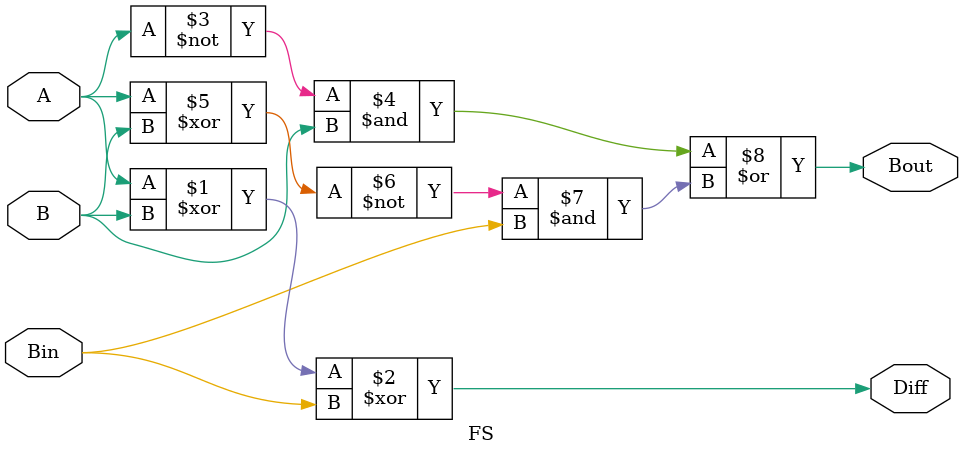
<source format=v>
`timescale 1ns / 1ps


module FS(input A, B, Bin, output Diff, Bout);

assign Diff = A ^ B ^ Bin;
assign Bout = (~A&B) | (~(A^B) & Bin);


endmodule

</source>
